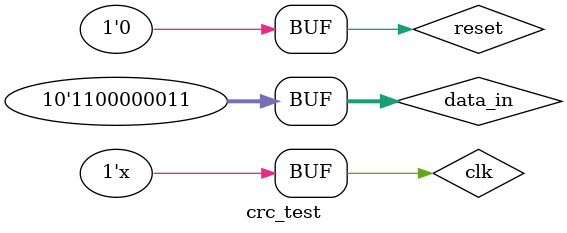
<source format=v>
`timescale 1ns / 1ps


///SERIAL CRC WORKING

module crc_test;

	// Inputs
	reg clk;
	reg reset;
	reg [9:0] data_in;

	// Outputs
	wire [8:0] data_out;
	//wire [8:0] out;


	// Instantiate the Unit Under Test (UUT)
	CRC_serial uut (
		.clk(clk), 
		.reset(reset), 
		.data_in(data_in), 
		.data_out(data_out)
	);
//		.out(out)
	initial begin
		// Initialize Inputs
		clk = 0;
		reset = 1;
		data_in = 10'b1100000011;
		//data_in = 10'b1011001011;
		
		#10
		reset = 0;
	
		
		#10
		reset = 0;
		
		#100;
        
		// Add stimulus here

	end
      
		always #10 clk = ~clk;
      
endmodule


</source>
